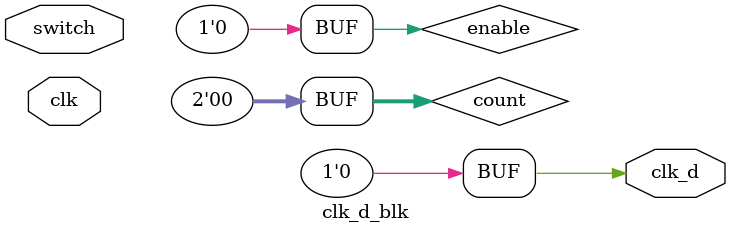
<source format=v>
`timescale 1ns / 1ps


module clk_d_blk(clk,switch,clk_d);
    input clk;
    input switch;
    output wire clk_d;
    reg enable = 1'b0;
    
    reg [1:0] count = 2'b00;
    always @(negedge clk)
        begin
            case(count)
                2'b00: count = count + 1;

                2'b01: count = count + 1;
                
                2'b10: enable = 1'b1;
              
                2'b11: ;
                
                default: ;
             endcase
        end
    always@(switch)
        begin
            enable = 1'b0;
            count = 2'b00;
        end
    
    assign clk_d = (enable == 1'b1) ? clk : 1'b0;
endmodule

</source>
